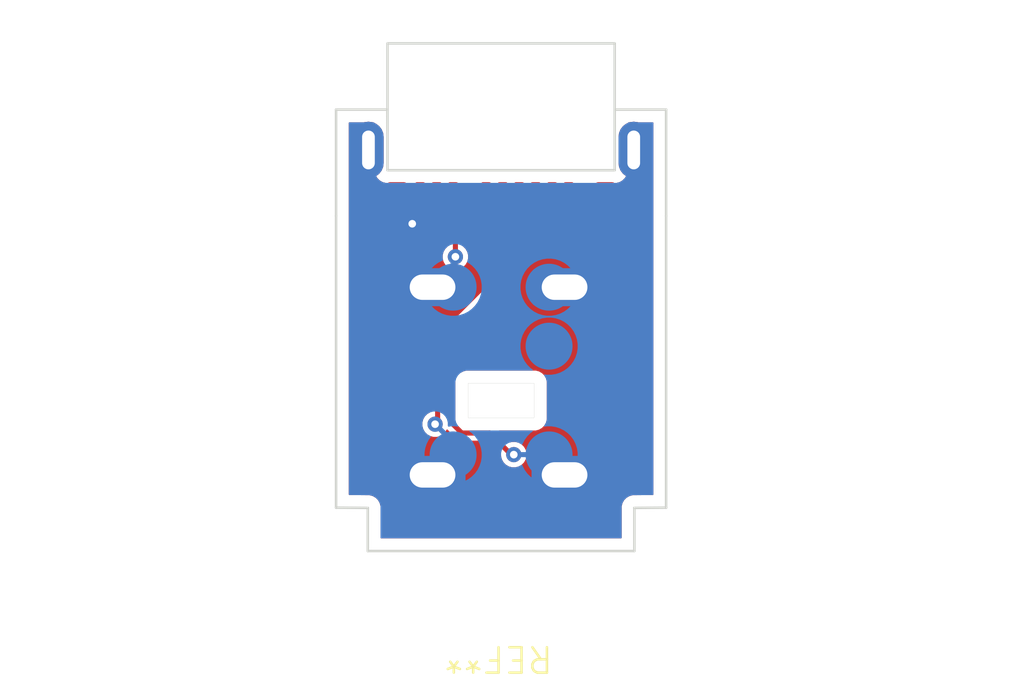
<source format=kicad_pcb>
(kicad_pcb (version 20241229) (generator "pcbnew") (generator_version "9.0")
  (layers (0 "F.Cu" signal) (2 "B.Cu" signal) (13 "F.Paste" user) (15 "B.Paste" user) (5 "F.SilkS" user "F.Silkscreen") (7 "B.SilkS" user "B.Silkscreen") (1 "F.Mask" user) (3 "B.Mask" user) (25 "Edge.Cuts" user))
  (net 0 "")
  (net 1 "D-")
  (net 2 "CC")
  (net 3 "GND")
  (net 4 "D+")
  (net 5 "VBUS")
  (net 6 "VCONN")
  (footprint "Alib:GT-USB-8016A USB_C_9POS male flat recessed" (layer "F.Cu") (at 105.8 62 180)
    (property "Reference" "P1" (hide yes))
    (property "Value" "USB_C_Plug_USB2.0" (hide yes))
    (fp_rect (start -4.475 2.7) (end 4.475 7.7) (stroke (width 0.1)) (fill no) (layer "Edge.Cuts"))
    (pad "A1" smd roundrect (at -4.1 1.56 180) (size 0.8 1.34) (layers "F.Cu" "F.Mask" "F.Paste") (roundrect_rratio 0.15) (net 3 "GND"))
    (pad "A1" smd roundrect (at 3.19 1.56 180) (size 0.38 1.34) (layers "F.Cu" "F.Mask" "F.Paste") (roundrect_rratio 0.15) (net 3 "GND"))
    (pad "A1" smd roundrect (at 4.1 1.56 180) (size 0.8 1.34) (layers "F.Cu" "F.Mask" "F.Paste") (roundrect_rratio 0.15) (net 3 "GND"))
    (pad "A2" smd roundrect (at 2.54 1.56 180) (size 0.38 1.34) (layers "F.Cu" "F.Mask" "F.Paste") (roundrect_rratio 0.15))
    (pad "A3" smd roundrect (at 1.89 1.56 180) (size 0.38 1.34) (layers "F.Cu" "F.Mask" "F.Paste") (roundrect_rratio 0.15))
    (pad "A5" smd roundrect (at 0.59 1.56 180) (size 0.38 1.34) (layers "F.Cu" "F.Mask" "F.Paste") (roundrect_rratio 0.15) (net 2 "CC"))
    (pad "A6" smd roundrect (at -0.06 1.56 180) (size 0.38 1.34) (layers "F.Cu" "F.Mask" "F.Paste") (roundrect_rratio 0.15) (net 4 "D+"))
    (pad "A7" smd roundrect (at -0.71 1.56 180) (size 0.38 1.34) (layers "F.Cu" "F.Mask" "F.Paste") (roundrect_rratio 0.15) (net 1 "D-"))
    (pad "A9" smd roundrect (at -1.36 1.56 180) (size 0.38 1.34) (layers "F.Cu" "F.Mask" "F.Paste") (roundrect_rratio 0.15) (net 5 "VBUS"))
    (pad "B10" smd roundrect (at -2.66 1.56 180) (size 0.38 1.34) (layers "F.Cu" "F.Mask" "F.Paste") (roundrect_rratio 0.15))
    (pad "B11" smd roundrect (at -2.01 1.56 180) (size 0.38 1.34) (layers "F.Cu" "F.Mask" "F.Paste") (roundrect_rratio 0.15))
    (pad "S1" thru_hole roundrect (at -5.225 3.5 180) (size 1.2 2.23) (drill oval 0.5 1.53) (layers "*.Cu" "*.Mask") (roundrect_rratio 0.5) (net 3 "GND"))
    (pad "S1" thru_hole roundrect (at 5.225 3.5 180) (size 1.2 2.23) (drill oval 0.5 1.53) (layers "*.Cu" "*.Mask") (roundrect_rratio 0.5) (net 3 "GND"))
  )
  (footprint "Alib:Terminal soldering thingy" (layer "F.Cu") (at 105.7 78.06 180)
    (property "Reference" "REF**" (at 0 -0.5 180) (layer "F.SilkS") (effects (font (thickness 0.1))))
    (property "Value" "Terminal soldering thingy")
    (pad "1" thru_hole roundrect (at -2.6 6.75 180) (size 2.6 1.5) (drill oval 1.8 1) (layers "*.Cu" "*.Mask") (roundrect_rratio 0.15) (net 3 "GND"))
    (pad "1" thru_hole roundrect (at -2.6 14.15 180) (size 2.6 1.5) (drill oval 1.8 1) (layers "*.Cu" "*.Mask") (roundrect_rratio 0.15) (net 3 "GND"))
    (pad "1" thru_hole roundrect (at 2.6 6.75 180) (size 2.6 1.5) (drill oval 1.8 1) (layers "*.Cu" "*.Mask") (roundrect_rratio 0.15) (net 3 "GND"))
    (pad "1" thru_hole roundrect (at 2.6 14.15 180) (size 2.6 1.5) (drill oval 1.8 1) (layers "*.Cu" "*.Mask") (roundrect_rratio 0.15) (net 3 "GND"))
  )
  (footprint "Alib:DJI mic mini" (layer "B.Cu") (at 105.8 63.91 180)
    (property "Reference" "U1" (hide yes))
    (property "Value" "~" (hide yes))
    (fp_rect (start -1.3 -3.7875) (end 1.3 -5.1475) (stroke (width 0.01)) (fill no) (layer "Edge.Cuts"))
    (pad "1" smd circle (at 1.89 0 180) (size 1.85 1.85) (layers "B.Cu" "B.Mask" "B.Paste") (net 2 "CC"))
    (pad "2" smd circle (at 1.89 -2.325 180) (size 1.85 1.85) (layers "B.Cu" "B.Mask" "B.Paste") (net 3 "GND"))
    (pad "3" smd circle (at 1.89 -6.61 180) (size 1.85 1.85) (layers "B.Cu" "B.Mask" "B.Paste") (net 4 "D+"))
    (pad "4" smd circle (at -1.89 0 180) (size 1.85 1.85) (layers "B.Cu" "B.Mask" "B.Paste") (net 6 "VCONN"))
    (pad "5" smd circle (at -1.89 -2.325 180) (size 1.85 1.85) (layers "B.Cu" "B.Mask" "B.Paste") (net 5 "VBUS"))
    (pad "6" smd circle (at -1.89 -6.61 180) (size 1.85 1.85) (layers "B.Cu" "B.Mask" "B.Paste") (net 1 "D-"))
  )
  (gr_line (start 100.55 72.61) (end 100.55 74.31) (stroke (width 0.1)) (layer "Edge.Cuts"))
  (gr_line (start 112.3 61.1) (end 112.3 56.91) (stroke (width 0.1)) (layer "Edge.Cuts"))
  (gr_line (start 99.3 72.6) (end 100.55 72.61) (stroke (width 0.1)) (layer "Edge.Cuts"))
  (gr_line (start 111.05 72.61) (end 111.05 74.31) (stroke (width 0.1)) (layer "Edge.Cuts"))
  (gr_line (start 99.3 56.91) (end 99.3 61.1) (stroke (width 0.1)) (layer "Edge.Cuts"))
  (gr_line (start 110.275 59.3) (end 110.3 56.91) (stroke (width 0.05)) (layer "Edge.Cuts"))
  (gr_line (start 101.325 59.3) (end 110.275 59.3) (stroke (width 0.05)) (layer "Edge.Cuts"))
  (gr_line (start 101.3 56.91) (end 101.325 59.3) (stroke (width 0.05)) (layer "Edge.Cuts"))
  (gr_line (start 99.3 61.1) (end 99.3 72.6) (stroke (width 0.1)) (layer "Edge.Cuts"))
  (gr_line (start 111.05 72.61) (end 112.3 72.6) (stroke (width 0.1)) (layer "Edge.Cuts"))
  (gr_line (start 101.3 56.91) (end 99.3 56.91) (stroke (width 0.1)) (layer "Edge.Cuts"))
  (gr_line (start 112.3 72.6) (end 112.3 61.1) (stroke (width 0.1)) (layer "Edge.Cuts"))
  (gr_line (start 112.3 56.91) (end 110.3 56.91) (stroke (width 0.1)) (layer "Edge.Cuts"))
  (gr_line (start 100.55 74.31) (end 111.05 74.31) (stroke (width 0.1)) (layer "Edge.Cuts"))
  (segment (start 105.799 62.156001) (end 106.51 61.445001) (width 0.2) (layer "F.Cu") (net 1))
  (segment (start 105.799 64.411) (end 105.799 62.156001) (width 0.2) (layer "F.Cu") (net 1))
  (segment (start 103.899 66.311) (end 105.799 64.411) (width 0.2) (layer "F.Cu") (net 1))
  (segment (start 106.3 70.51) (end 106.2 70.51) (width 0.2) (layer "F.Cu") (net 1))
  (segment (start 106.51 60.44) (end 106.418867 60.531133) (width 0.2) (layer "F.Cu") (net 1))
  (segment (start 105.3485 69.6585) (end 104.251058 69.6585) (width 0.2) (layer "F.Cu") (net 1))
  (segment (start 104.251058 69.6585) (end 103.899 69.306442) (width 0.2) (layer "F.Cu") (net 1))
  (segment (start 103.899 69.306442) (end 103.899 66.311) (width 0.2) (layer "F.Cu") (net 1))
  (segment (start 106.2 70.51) (end 105.3485 69.6585) (width 0.2) (layer "F.Cu") (net 1))
  (segment (start 106.51 61.445001) (end 106.51 60.44) (width 0.2) (layer "F.Cu") (net 1))
  (via (at 106.3 70.51) (size 0.6) (drill 0.3) (layers "F.Cu" "B.Cu") (net 1))
  (segment (start 106.8 70.51) (end 106.81 70.52) (width 0.2) (layer "B.Cu") (net 1))
  (segment (start 106.3 70.51) (end 106.8 70.51) (width 0.2) (layer "B.Cu") (net 1))
  (segment (start 106.81 70.52) (end 107.69 70.52) (width 0.2) (layer "B.Cu") (net 1))
  (segment (start 104 62.71) (end 104 61.81) (width 0.2) (layer "F.Cu") (net 2))
  (segment (start 104 61.81) (end 105.21 60.6) (width 0.2) (layer "F.Cu") (net 2))
  (segment (start 105.21 60.6) (end 105.21 60.44) (width 0.2) (layer "F.Cu") (net 2))
  (via (at 104 62.71) (size 0.6) (drill 0.3) (layers "F.Cu" "B.Cu") (net 2))
  (segment (start 103.91 62.8) (end 103.91 63.91) (width 0.2) (layer "B.Cu") (net 2))
  (segment (start 104 62.71) (end 103.91 62.8) (width 0.2) (layer "B.Cu") (net 2))
  (segment (start 102.3 61.41) (end 102.3 61.04) (width 0.2) (layer "F.Cu") (net 3))
  (segment (start 102.3 60.75) (end 102.61 60.44) (width 0.2) (layer "F.Cu") (net 3))
  (segment (start 102.3 61.41) (end 102.3 60.75) (width 0.2) (layer "F.Cu") (net 3))
  (segment (start 101.615058 60.44) (end 100.575 59.399942) (width 0.2) (layer "F.Cu") (net 3))
  (segment (start 100.575 59.399942) (end 100.575 58.5) (width 0.2) (layer "F.Cu") (net 3))
  (segment (start 111.025 59.715) (end 111.025 58.5) (width 0.2) (layer "F.Cu") (net 3))
  (segment (start 102.3 61.04) (end 101.7 60.44) (width 0.2) (layer "F.Cu") (net 3))
  (segment (start 110.3 60.44) (end 111.025 59.715) (width 0.2) (layer "F.Cu") (net 3))
  (segment (start 101.7 60.44) (end 101.615058 60.44) (width 0.2) (layer "F.Cu") (net 3))
  (segment (start 109.9 60.44) (end 110.3 60.44) (width 0.2) (layer "F.Cu") (net 3))
  (via (at 102.3 61.41) (size 0.6) (drill 0.3) (layers "F.Cu" "B.Cu") (net 3))
  (segment (start 102.3 64.625) (end 102.3 61.41) (width 0.2) (layer "B.Cu") (net 3))
  (segment (start 100.861001 59.901) (end 100.575 59.614999) (width 0.2) (layer "B.Cu") (net 3))
  (segment (start 110.523942 59.901) (end 100.861001 59.901) (width 0.2) (layer "B.Cu") (net 3))
  (segment (start 111.025 59.399942) (end 110.523942 59.901) (width 0.2) (layer "B.Cu") (net 3))
  (segment (start 100.575 59.614999) (end 100.575 58.5) (width 0.2) (layer "B.Cu") (net 3))
  (segment (start 111.025 58.5) (end 111.025 59.399942) (width 0.2) (layer "B.Cu") (net 3))
  (segment (start 103.91 66.235) (end 102.3 64.625) (width 0.2) (layer "B.Cu") (net 3))
  (segment (start 103.3 67.41) (end 103.1 67.21) (width 0.2) (layer "F.Cu") (net 4))
  (segment (start 103.3 69.21) (end 103.3 67.41) (width 0.2) (layer "F.Cu") (net 4))
  (segment (start 103.2 69.31) (end 103.3 69.21) (width 0.2) (layer "F.Cu") (net 4))
  (segment (start 103.1 67.21) (end 101.9 67.21) (width 0.2) (layer "F.Cu") (net 4))
  (segment (start 103.450595 66.11) (end 105.34902 64.211575) (width 0.2) (layer "F.Cu") (net 4))
  (segment (start 101.9 66.11) (end 103.450595 66.11) (width 0.2) (layer "F.Cu") (net 4))
  (segment (start 101.7 66.31) (end 101.9 66.11) (width 0.2) (layer "F.Cu") (net 4))
  (segment (start 105.34902 61.955981) (end 105.86 61.445001) (width 0.2) (layer "F.Cu") (net 4))
  (segment (start 105.34902 64.211575) (end 105.34902 61.955981) (width 0.2) (layer "F.Cu") (net 4))
  (segment (start 101.9 67.21) (end 101.7 67.01) (width 0.2) (layer "F.Cu") (net 4))
  (segment (start 105.86 61.445001) (end 105.86 60.44) (width 0.2) (layer "F.Cu") (net 4))
  (segment (start 101.7 67.01) (end 101.7 66.31) (width 0.2) (layer "F.Cu") (net 4))
  (via (at 103.2 69.31) (size 0.6) (drill 0.3) (layers "F.Cu" "B.Cu") (net 4))
  (segment (start 103.92 70.51) (end 103.91 70.52) (width 0.2) (layer "B.Cu") (net 4))
  (segment (start 103.2 69.31) (end 103.92 70.03) (width 0.2) (layer "B.Cu") (net 4))
  (segment (start 103.92 70.03) (end 103.92 70.51) (width 0.2) (layer "B.Cu") (net 4))
  (segment (start 107.69 66.235) (end 107.975 66.235) (width 0.2) (layer "B.Cu") (net 5))
  (zone (net 3) (net_name "GND") (layers "F.Cu" "B.Cu") (connect_pads yes (clearance 0.15)) (min_thickness 0.05) (fill yes (thermal_gap 0.5) (thermal_bridge_width 0.5) (island_removal_mode 1) (island_area_min 10))
    (polygon (pts (xy 92.8 52.91) (xy 92.8 75.91) (xy 117.8 75.91) (xy 117.8 52.91)))
  )
)
</source>
